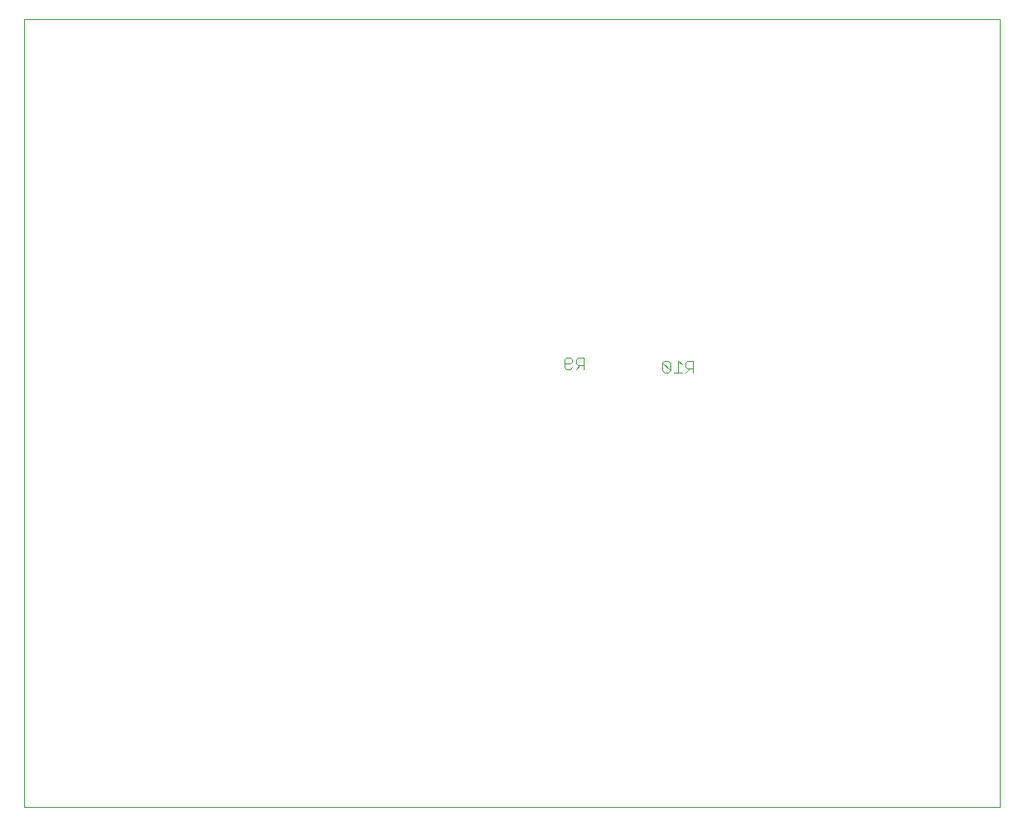
<source format=gbo>
G75*
%MOIN*%
%OFA0B0*%
%FSLAX25Y25*%
%IPPOS*%
%LPD*%
%AMOC8*
5,1,8,0,0,1.08239X$1,22.5*
%
%ADD10C,0.00000*%
%ADD11C,0.00400*%
D10*
X0041800Y0041800D02*
X0041800Y0356761D01*
X0431564Y0356761D01*
X0431564Y0041800D01*
X0041800Y0041800D01*
D11*
X0257677Y0217767D02*
X0257677Y0220837D01*
X0258444Y0221604D01*
X0259979Y0221604D01*
X0260746Y0220837D01*
X0260746Y0220069D01*
X0259979Y0219302D01*
X0257677Y0219302D01*
X0257677Y0217767D02*
X0258444Y0217000D01*
X0259979Y0217000D01*
X0260746Y0217767D01*
X0262281Y0217000D02*
X0263815Y0218535D01*
X0263048Y0218535D02*
X0265350Y0218535D01*
X0265350Y0217000D02*
X0265350Y0221604D01*
X0263048Y0221604D01*
X0262281Y0220837D01*
X0262281Y0219302D01*
X0263048Y0218535D01*
X0296885Y0219587D02*
X0299954Y0216517D01*
X0299187Y0215750D01*
X0297652Y0215750D01*
X0296885Y0216517D01*
X0296885Y0219587D01*
X0297652Y0220354D01*
X0299187Y0220354D01*
X0299954Y0219587D01*
X0299954Y0216517D01*
X0301489Y0215750D02*
X0304558Y0215750D01*
X0306093Y0215750D02*
X0307627Y0217285D01*
X0306860Y0217285D02*
X0309162Y0217285D01*
X0309162Y0215750D02*
X0309162Y0220354D01*
X0306860Y0220354D01*
X0306093Y0219587D01*
X0306093Y0218052D01*
X0306860Y0217285D01*
X0304558Y0218819D02*
X0303023Y0220354D01*
X0303023Y0215750D01*
M02*

</source>
